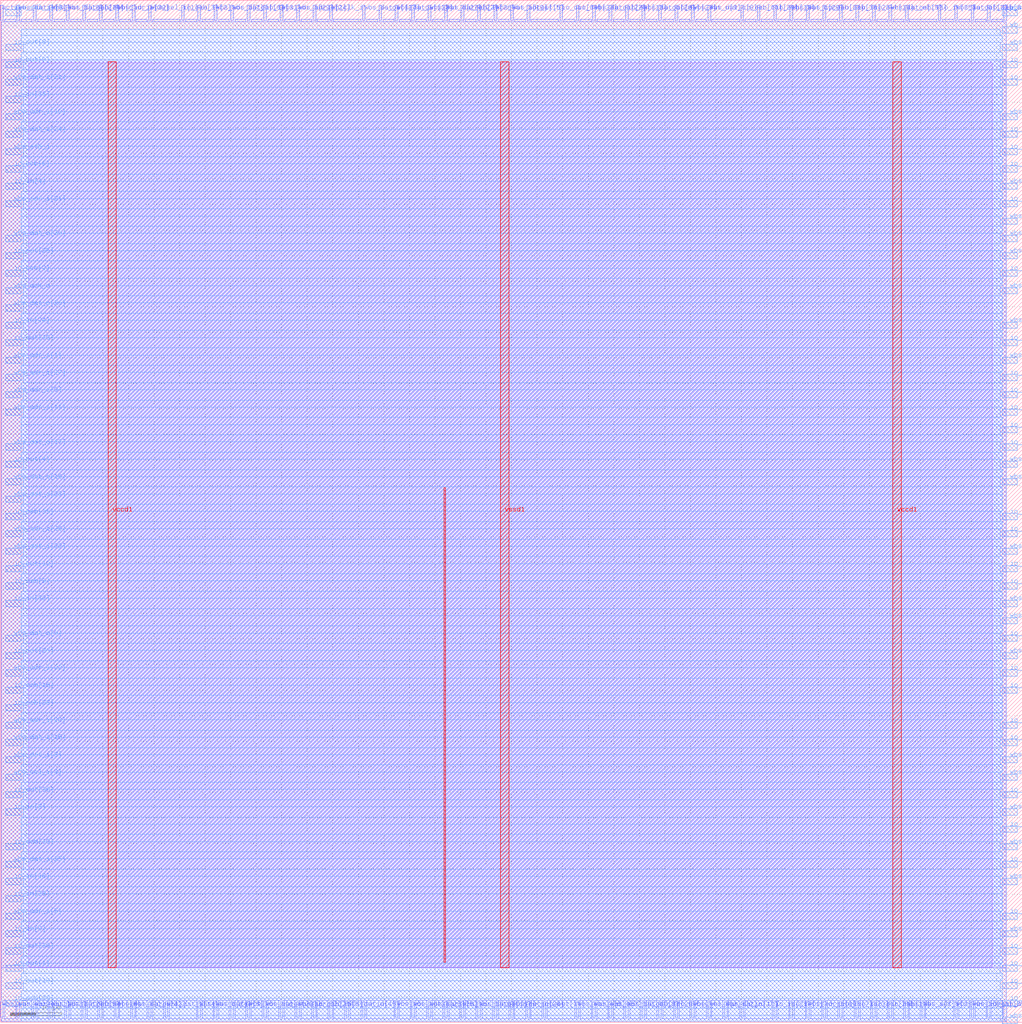
<source format=lef>
VERSION 5.7 ;
  NOWIREEXTENSIONATPIN ON ;
  DIVIDERCHAR "/" ;
  BUSBITCHARS "[]" ;
MACRO wrapped_solo_squash
  CLASS BLOCK ;
  FOREIGN wrapped_solo_squash ;
  ORIGIN 0.000 0.000 ;
  SIZE 200.000 BY 200.000 ;
  PIN active
    DIRECTION INPUT ;
    USE SIGNAL ;
    PORT
      LAYER met2 ;
        RECT -0.050 196.000 0.510 199.000 ;
    END
  END active
  PIN io_in[0]
    DIRECTION INPUT ;
    USE SIGNAL ;
    PORT
      LAYER met3 ;
        RECT 196.000 57.540 199.000 58.740 ;
    END
  END io_in[0]
  PIN io_in[10]
    DIRECTION INPUT ;
    USE SIGNAL ;
    PORT
      LAYER met2 ;
        RECT 144.850 1.000 145.410 4.000 ;
    END
  END io_in[10]
  PIN io_in[11]
    DIRECTION INPUT ;
    USE SIGNAL ;
    PORT
      LAYER met2 ;
        RECT 154.510 1.000 155.070 4.000 ;
    END
  END io_in[11]
  PIN io_in[12]
    DIRECTION INPUT ;
    USE SIGNAL ;
    PORT
      LAYER met2 ;
        RECT 45.030 1.000 45.590 4.000 ;
    END
  END io_in[12]
  PIN io_in[13]
    DIRECTION INPUT ;
    USE SIGNAL ;
    PORT
      LAYER met3 ;
        RECT 196.000 30.340 199.000 31.540 ;
    END
  END io_in[13]
  PIN io_in[14]
    DIRECTION INPUT ;
    USE SIGNAL ;
    PORT
      LAYER met3 ;
        RECT 196.000 20.140 199.000 21.340 ;
    END
  END io_in[14]
  PIN io_in[15]
    DIRECTION INPUT ;
    USE SIGNAL ;
    PORT
      LAYER met2 ;
        RECT 70.790 1.000 71.350 4.000 ;
    END
  END io_in[15]
  PIN io_in[16]
    DIRECTION INPUT ;
    USE SIGNAL ;
    PORT
      LAYER met3 ;
        RECT 1.000 26.940 4.000 28.140 ;
    END
  END io_in[16]
  PIN io_in[17]
    DIRECTION INPUT ;
    USE SIGNAL ;
    PORT
      LAYER met3 ;
        RECT 196.000 98.340 199.000 99.540 ;
    END
  END io_in[17]
  PIN io_in[18]
    DIRECTION INPUT ;
    USE SIGNAL ;
    PORT
      LAYER met3 ;
        RECT 196.000 74.540 199.000 75.740 ;
    END
  END io_in[18]
  PIN io_in[19]
    DIRECTION INPUT ;
    USE SIGNAL ;
    PORT
      LAYER met2 ;
        RECT 160.950 1.000 161.510 4.000 ;
    END
  END io_in[19]
  PIN io_in[1]
    DIRECTION INPUT ;
    USE SIGNAL ;
    PORT
      LAYER met2 ;
        RECT 61.130 196.000 61.690 199.000 ;
    END
  END io_in[1]
  PIN io_in[20]
    DIRECTION INPUT ;
    USE SIGNAL ;
    PORT
      LAYER met3 ;
        RECT 196.000 3.140 199.000 4.340 ;
    END
  END io_in[20]
  PIN io_in[21]
    DIRECTION INPUT ;
    USE SIGNAL ;
    PORT
      LAYER met3 ;
        RECT 196.000 145.940 199.000 147.140 ;
    END
  END io_in[21]
  PIN io_in[22]
    DIRECTION INPUT ;
    USE SIGNAL ;
    PORT
      LAYER met2 ;
        RECT 25.710 196.000 26.270 199.000 ;
    END
  END io_in[22]
  PIN io_in[23]
    DIRECTION INPUT ;
    USE SIGNAL ;
    PORT
      LAYER met2 ;
        RECT 167.390 196.000 167.950 199.000 ;
    END
  END io_in[23]
  PIN io_in[24]
    DIRECTION INPUT ;
    USE SIGNAL ;
    PORT
      LAYER met3 ;
        RECT 1.000 135.740 4.000 136.940 ;
    END
  END io_in[24]
  PIN io_in[25]
    DIRECTION INPUT ;
    USE SIGNAL ;
    PORT
      LAYER met2 ;
        RECT 183.490 196.000 184.050 199.000 ;
    END
  END io_in[25]
  PIN io_in[26]
    DIRECTION INPUT ;
    USE SIGNAL ;
    PORT
      LAYER met2 ;
        RECT 93.330 196.000 93.890 199.000 ;
    END
  END io_in[26]
  PIN io_in[27]
    DIRECTION INPUT ;
    USE SIGNAL ;
    PORT
      LAYER met2 ;
        RECT 151.290 1.000 151.850 4.000 ;
    END
  END io_in[27]
  PIN io_in[28]
    DIRECTION INPUT ;
    USE SIGNAL ;
    PORT
      LAYER met3 ;
        RECT 1.000 23.540 4.000 24.740 ;
    END
  END io_in[28]
  PIN io_in[29]
    DIRECTION INPUT ;
    USE SIGNAL ;
    PORT
      LAYER met2 ;
        RECT 128.750 1.000 129.310 4.000 ;
    END
  END io_in[29]
  PIN io_in[2]
    DIRECTION INPUT ;
    USE SIGNAL ;
    PORT
      LAYER met2 ;
        RECT 38.590 196.000 39.150 199.000 ;
    END
  END io_in[2]
  PIN io_in[30]
    DIRECTION INPUT ;
    USE SIGNAL ;
    PORT
      LAYER met2 ;
        RECT 6.390 196.000 6.950 199.000 ;
    END
  END io_in[30]
  PIN io_in[31]
    DIRECTION INPUT ;
    USE SIGNAL ;
    PORT
      LAYER met2 ;
        RECT 51.470 196.000 52.030 199.000 ;
    END
  END io_in[31]
  PIN io_in[32]
    DIRECTION INPUT ;
    USE SIGNAL ;
    PORT
      LAYER met3 ;
        RECT 1.000 81.340 4.000 82.540 ;
    END
  END io_in[32]
  PIN io_in[33]
    DIRECTION INPUT ;
    USE SIGNAL ;
    PORT
      LAYER met3 ;
        RECT 196.000 6.540 199.000 7.740 ;
    END
  END io_in[33]
  PIN io_in[34]
    DIRECTION INPUT ;
    USE SIGNAL ;
    PORT
      LAYER met2 ;
        RECT 102.990 1.000 103.550 4.000 ;
    END
  END io_in[34]
  PIN io_in[35]
    DIRECTION INPUT ;
    USE SIGNAL ;
    PORT
      LAYER met3 ;
        RECT 196.000 67.740 199.000 68.940 ;
    END
  END io_in[35]
  PIN io_in[36]
    DIRECTION INPUT ;
    USE SIGNAL ;
    PORT
      LAYER met3 ;
        RECT 1.000 179.940 4.000 181.140 ;
    END
  END io_in[36]
  PIN io_in[37]
    DIRECTION INPUT ;
    USE SIGNAL ;
    PORT
      LAYER met3 ;
        RECT 196.000 132.340 199.000 133.540 ;
    END
  END io_in[37]
  PIN io_in[3]
    DIRECTION INPUT ;
    USE SIGNAL ;
    PORT
      LAYER met2 ;
        RECT 167.390 1.000 167.950 4.000 ;
    END
  END io_in[3]
  PIN io_in[4]
    DIRECTION INPUT ;
    USE SIGNAL ;
    PORT
      LAYER met3 ;
        RECT 1.000 162.940 4.000 164.140 ;
    END
  END io_in[4]
  PIN io_in[5]
    DIRECTION INPUT ;
    USE SIGNAL ;
    PORT
      LAYER met2 ;
        RECT 64.350 1.000 64.910 4.000 ;
    END
  END io_in[5]
  PIN io_in[6]
    DIRECTION INPUT ;
    USE SIGNAL ;
    PORT
      LAYER met2 ;
        RECT 86.890 1.000 87.450 4.000 ;
    END
  END io_in[6]
  PIN io_in[7]
    DIRECTION INPUT ;
    USE SIGNAL ;
    PORT
      LAYER met2 ;
        RECT 164.170 1.000 164.730 4.000 ;
    END
  END io_in[7]
  PIN io_in[8]
    DIRECTION INPUT ;
    USE SIGNAL ;
    PORT
      LAYER met3 ;
        RECT 1.000 40.540 4.000 41.740 ;
    END
  END io_in[8]
  PIN io_in[9]
    DIRECTION INPUT ;
    USE SIGNAL ;
    PORT
      LAYER met3 ;
        RECT 1.000 16.740 4.000 17.940 ;
    END
  END io_in[9]
  PIN io_oeb[0]
    DIRECTION INOUT ;
    USE SIGNAL ;
    PORT
      LAYER met2 ;
        RECT 131.970 1.000 132.530 4.000 ;
    END
  END io_oeb[0]
  PIN io_oeb[10]
    DIRECTION INOUT ;
    USE SIGNAL ;
    PORT
      LAYER met2 ;
        RECT 144.850 196.000 145.410 199.000 ;
    END
  END io_oeb[10]
  PIN io_oeb[11]
    DIRECTION INOUT ;
    USE SIGNAL ;
    PORT
      LAYER met2 ;
        RECT 173.830 1.000 174.390 4.000 ;
    END
  END io_oeb[11]
  PIN io_oeb[12]
    DIRECTION INOUT ;
    USE SIGNAL ;
    PORT
      LAYER met2 ;
        RECT 151.290 196.000 151.850 199.000 ;
    END
  END io_oeb[12]
  PIN io_oeb[13]
    DIRECTION INOUT ;
    USE SIGNAL ;
    PORT
      LAYER met3 ;
        RECT 196.000 118.740 199.000 119.940 ;
    END
  END io_oeb[13]
  PIN io_oeb[14]
    DIRECTION INOUT ;
    USE SIGNAL ;
    PORT
      LAYER met3 ;
        RECT 196.000 159.540 199.000 160.740 ;
    END
  END io_oeb[14]
  PIN io_oeb[15]
    DIRECTION INOUT ;
    USE SIGNAL ;
    PORT
      LAYER met3 ;
        RECT 196.000 115.340 199.000 116.540 ;
    END
  END io_oeb[15]
  PIN io_oeb[16]
    DIRECTION INOUT ;
    USE SIGNAL ;
    PORT
      LAYER met3 ;
        RECT 1.000 64.340 4.000 65.540 ;
    END
  END io_oeb[16]
  PIN io_oeb[17]
    DIRECTION INOUT ;
    USE SIGNAL ;
    PORT
      LAYER met2 ;
        RECT 96.550 1.000 97.110 4.000 ;
    END
  END io_oeb[17]
  PIN io_oeb[18]
    DIRECTION INOUT ;
    USE SIGNAL ;
    PORT
      LAYER met2 ;
        RECT 177.050 196.000 177.610 199.000 ;
    END
  END io_oeb[18]
  PIN io_oeb[19]
    DIRECTION INOUT ;
    USE SIGNAL ;
    PORT
      LAYER met3 ;
        RECT 1.000 33.740 4.000 34.940 ;
    END
  END io_oeb[19]
  PIN io_oeb[1]
    DIRECTION INOUT ;
    USE SIGNAL ;
    PORT
      LAYER met3 ;
        RECT 196.000 9.940 199.000 11.140 ;
    END
  END io_oeb[1]
  PIN io_oeb[20]
    DIRECTION INOUT ;
    USE SIGNAL ;
    PORT
      LAYER met3 ;
        RECT 1.000 3.140 4.000 4.340 ;
    END
  END io_oeb[20]
  PIN io_oeb[21]
    DIRECTION INOUT ;
    USE SIGNAL ;
    PORT
      LAYER met2 ;
        RECT 54.690 1.000 55.250 4.000 ;
    END
  END io_oeb[21]
  PIN io_oeb[22]
    DIRECTION INOUT ;
    USE SIGNAL ;
    PORT
      LAYER met3 ;
        RECT 196.000 183.340 199.000 184.540 ;
    END
  END io_oeb[22]
  PIN io_oeb[23]
    DIRECTION INOUT ;
    USE SIGNAL ;
    PORT
      LAYER met2 ;
        RECT 160.950 196.000 161.510 199.000 ;
    END
  END io_oeb[23]
  PIN io_oeb[24]
    DIRECTION INOUT ;
    USE SIGNAL ;
    PORT
      LAYER met2 ;
        RECT 16.050 1.000 16.610 4.000 ;
    END
  END io_oeb[24]
  PIN io_oeb[25]
    DIRECTION INOUT ;
    USE SIGNAL ;
    PORT
      LAYER met2 ;
        RECT 61.130 1.000 61.690 4.000 ;
    END
  END io_oeb[25]
  PIN io_oeb[26]
    DIRECTION INOUT ;
    USE SIGNAL ;
    PORT
      LAYER met3 ;
        RECT 196.000 111.940 199.000 113.140 ;
    END
  END io_oeb[26]
  PIN io_oeb[27]
    DIRECTION INOUT ;
    USE SIGNAL ;
    PORT
      LAYER met2 ;
        RECT 125.530 1.000 126.090 4.000 ;
    END
  END io_oeb[27]
  PIN io_oeb[28]
    DIRECTION INOUT ;
    USE SIGNAL ;
    PORT
      LAYER met3 ;
        RECT 1.000 60.940 4.000 62.140 ;
    END
  END io_oeb[28]
  PIN io_oeb[29]
    DIRECTION INOUT ;
    USE SIGNAL ;
    PORT
      LAYER met2 ;
        RECT 90.110 196.000 90.670 199.000 ;
    END
  END io_oeb[29]
  PIN io_oeb[2]
    DIRECTION INOUT ;
    USE SIGNAL ;
    PORT
      LAYER met3 ;
        RECT 1.000 145.940 4.000 147.140 ;
    END
  END io_oeb[2]
  PIN io_oeb[30]
    DIRECTION INOUT ;
    USE SIGNAL ;
    PORT
      LAYER met2 ;
        RECT 16.050 196.000 16.610 199.000 ;
    END
  END io_oeb[30]
  PIN io_oeb[31]
    DIRECTION INOUT ;
    USE SIGNAL ;
    PORT
      LAYER met2 ;
        RECT 193.150 196.000 193.710 199.000 ;
    END
  END io_oeb[31]
  PIN io_oeb[32]
    DIRECTION INOUT ;
    USE SIGNAL ;
    PORT
      LAYER met2 ;
        RECT 112.650 196.000 113.210 199.000 ;
    END
  END io_oeb[32]
  PIN io_oeb[33]
    DIRECTION INOUT ;
    USE SIGNAL ;
    PORT
      LAYER met3 ;
        RECT 196.000 169.740 199.000 170.940 ;
    END
  END io_oeb[33]
  PIN io_oeb[34]
    DIRECTION INOUT ;
    USE SIGNAL ;
    PORT
      LAYER met3 ;
        RECT 196.000 173.140 199.000 174.340 ;
    END
  END io_oeb[34]
  PIN io_oeb[35]
    DIRECTION INOUT ;
    USE SIGNAL ;
    PORT
      LAYER met3 ;
        RECT 1.000 98.340 4.000 99.540 ;
    END
  END io_oeb[35]
  PIN io_oeb[36]
    DIRECTION INOUT ;
    USE SIGNAL ;
    PORT
      LAYER met2 ;
        RECT 164.170 196.000 164.730 199.000 ;
    END
  END io_oeb[36]
  PIN io_oeb[37]
    DIRECTION INOUT ;
    USE SIGNAL ;
    PORT
      LAYER met3 ;
        RECT 196.000 125.540 199.000 126.740 ;
    END
  END io_oeb[37]
  PIN io_oeb[3]
    DIRECTION INOUT ;
    USE SIGNAL ;
    PORT
      LAYER met2 ;
        RECT 35.370 196.000 35.930 199.000 ;
    END
  END io_oeb[3]
  PIN io_oeb[4]
    DIRECTION INOUT ;
    USE SIGNAL ;
    PORT
      LAYER met3 ;
        RECT 196.000 54.140 199.000 55.340 ;
    END
  END io_oeb[4]
  PIN io_oeb[5]
    DIRECTION INOUT ;
    USE SIGNAL ;
    PORT
      LAYER met3 ;
        RECT 1.000 166.340 4.000 167.540 ;
    END
  END io_oeb[5]
  PIN io_oeb[6]
    DIRECTION INOUT ;
    USE SIGNAL ;
    PORT
      LAYER met2 ;
        RECT 19.270 196.000 19.830 199.000 ;
    END
  END io_oeb[6]
  PIN io_oeb[7]
    DIRECTION INOUT ;
    USE SIGNAL ;
    PORT
      LAYER met3 ;
        RECT 196.000 186.740 199.000 187.940 ;
    END
  END io_oeb[7]
  PIN io_oeb[8]
    DIRECTION INOUT ;
    USE SIGNAL ;
    PORT
      LAYER met3 ;
        RECT 196.000 94.940 199.000 96.140 ;
    END
  END io_oeb[8]
  PIN io_oeb[9]
    DIRECTION INOUT ;
    USE SIGNAL ;
    PORT
      LAYER met3 ;
        RECT 1.000 84.740 4.000 85.940 ;
    END
  END io_oeb[9]
  PIN io_out[0]
    DIRECTION INOUT ;
    USE SIGNAL ;
    PORT
      LAYER met3 ;
        RECT 1.000 186.740 4.000 187.940 ;
    END
  END io_out[0]
  PIN io_out[10]
    DIRECTION INOUT ;
    USE SIGNAL ;
    PORT
      LAYER met3 ;
        RECT 1.000 6.540 4.000 7.740 ;
    END
  END io_out[10]
  PIN io_out[11]
    DIRECTION INOUT ;
    USE SIGNAL ;
    PORT
      LAYER met2 ;
        RECT 106.210 1.000 106.770 4.000 ;
    END
  END io_out[11]
  PIN io_out[12]
    DIRECTION INOUT ;
    USE SIGNAL ;
    PORT
      LAYER met3 ;
        RECT 1.000 88.140 4.000 89.340 ;
    END
  END io_out[12]
  PIN io_out[13]
    DIRECTION INOUT ;
    USE SIGNAL ;
    PORT
      LAYER met2 ;
        RECT 122.310 196.000 122.870 199.000 ;
    END
  END io_out[13]
  PIN io_out[14]
    DIRECTION INOUT ;
    USE SIGNAL ;
    PORT
      LAYER met2 ;
        RECT 196.370 196.000 196.930 199.000 ;
    END
  END io_out[14]
  PIN io_out[15]
    DIRECTION INOUT ;
    USE SIGNAL ;
    PORT
      LAYER met3 ;
        RECT 1.000 132.340 4.000 133.540 ;
    END
  END io_out[15]
  PIN io_out[16]
    DIRECTION INOUT ;
    USE SIGNAL ;
    PORT
      LAYER met2 ;
        RECT 19.270 1.000 19.830 4.000 ;
    END
  END io_out[16]
  PIN io_out[17]
    DIRECTION INOUT ;
    USE SIGNAL ;
    PORT
      LAYER met2 ;
        RECT 74.010 196.000 74.570 199.000 ;
    END
  END io_out[17]
  PIN io_out[18]
    DIRECTION INOUT ;
    USE SIGNAL ;
    PORT
      LAYER met3 ;
        RECT 196.000 43.940 199.000 45.140 ;
    END
  END io_out[18]
  PIN io_out[19]
    DIRECTION INOUT ;
    USE SIGNAL ;
    PORT
      LAYER met2 ;
        RECT 170.610 196.000 171.170 199.000 ;
    END
  END io_out[19]
  PIN io_out[1]
    DIRECTION INOUT ;
    USE SIGNAL ;
    PORT
      LAYER met3 ;
        RECT 1.000 9.940 4.000 11.140 ;
    END
  END io_out[1]
  PIN io_out[20]
    DIRECTION INOUT ;
    USE SIGNAL ;
    PORT
      LAYER met3 ;
        RECT 1.000 71.140 4.000 72.340 ;
    END
  END io_out[20]
  PIN io_out[21]
    DIRECTION INOUT ;
    USE SIGNAL ;
    PORT
      LAYER met2 ;
        RECT 170.610 1.000 171.170 4.000 ;
    END
  END io_out[21]
  PIN io_out[22]
    DIRECTION INOUT ;
    USE SIGNAL ;
    PORT
      LAYER met2 ;
        RECT 189.930 196.000 190.490 199.000 ;
    END
  END io_out[22]
  PIN io_out[23]
    DIRECTION INOUT ;
    USE SIGNAL ;
    PORT
      LAYER met2 ;
        RECT 131.970 196.000 132.530 199.000 ;
    END
  END io_out[23]
  PIN io_out[24]
    DIRECTION INOUT ;
    USE SIGNAL ;
    PORT
      LAYER met3 ;
        RECT 196.000 122.140 199.000 123.340 ;
    END
  END io_out[24]
  PIN io_out[25]
    DIRECTION INOUT ;
    USE SIGNAL ;
    PORT
      LAYER met3 ;
        RECT 1.000 149.340 4.000 150.540 ;
    END
  END io_out[25]
  PIN io_out[26]
    DIRECTION INOUT ;
    USE SIGNAL ;
    PORT
      LAYER met2 ;
        RECT 196.370 1.000 196.930 4.000 ;
    END
  END io_out[26]
  PIN io_out[27]
    DIRECTION INOUT ;
    USE SIGNAL ;
    PORT
      LAYER met3 ;
        RECT 196.000 84.740 199.000 85.940 ;
    END
  END io_out[27]
  PIN io_out[28]
    DIRECTION INOUT ;
    USE SIGNAL ;
    PORT
      LAYER met2 ;
        RECT 119.090 196.000 119.650 199.000 ;
    END
  END io_out[28]
  PIN io_out[29]
    DIRECTION INOUT ;
    USE SIGNAL ;
    PORT
      LAYER met2 ;
        RECT 148.070 196.000 148.630 199.000 ;
    END
  END io_out[29]
  PIN io_out[2]
    DIRECTION INOUT ;
    USE SIGNAL ;
    PORT
      LAYER met3 ;
        RECT 196.000 64.340 199.000 65.540 ;
    END
  END io_out[2]
  PIN io_out[30]
    DIRECTION INOUT ;
    USE SIGNAL ;
    PORT
      LAYER met3 ;
        RECT 1.000 13.340 4.000 14.540 ;
    END
  END io_out[30]
  PIN io_out[31]
    DIRECTION INOUT ;
    USE SIGNAL ;
    PORT
      LAYER met2 ;
        RECT 128.750 196.000 129.310 199.000 ;
    END
  END io_out[31]
  PIN io_out[32]
    DIRECTION INOUT ;
    USE SIGNAL ;
    PORT
      LAYER met2 ;
        RECT 48.250 196.000 48.810 199.000 ;
    END
  END io_out[32]
  PIN io_out[33]
    DIRECTION INOUT ;
    USE SIGNAL ;
    PORT
      LAYER met2 ;
        RECT 80.450 196.000 81.010 199.000 ;
    END
  END io_out[33]
  PIN io_out[34]
    DIRECTION INOUT ;
    USE SIGNAL ;
    PORT
      LAYER met2 ;
        RECT 109.430 196.000 109.990 199.000 ;
    END
  END io_out[34]
  PIN io_out[35]
    DIRECTION INOUT ;
    USE SIGNAL ;
    PORT
      LAYER met2 ;
        RECT 193.150 1.000 193.710 4.000 ;
    END
  END io_out[35]
  PIN io_out[36]
    DIRECTION INOUT ;
    USE SIGNAL ;
    PORT
      LAYER met3 ;
        RECT 1.000 43.940 4.000 45.140 ;
    END
  END io_out[36]
  PIN io_out[37]
    DIRECTION INOUT ;
    USE SIGNAL ;
    PORT
      LAYER met3 ;
        RECT 196.000 13.340 199.000 14.540 ;
    END
  END io_out[37]
  PIN io_out[3]
    DIRECTION INOUT ;
    USE SIGNAL ;
    PORT
      LAYER met2 ;
        RECT 28.930 1.000 29.490 4.000 ;
    END
  END io_out[3]
  PIN io_out[4]
    DIRECTION INOUT ;
    USE SIGNAL ;
    PORT
      LAYER met3 ;
        RECT 1.000 108.540 4.000 109.740 ;
    END
  END io_out[4]
  PIN io_out[5]
    DIRECTION INOUT ;
    USE SIGNAL ;
    PORT
      LAYER met2 ;
        RECT 102.990 196.000 103.550 199.000 ;
    END
  END io_out[5]
  PIN io_out[6]
    DIRECTION INOUT ;
    USE SIGNAL ;
    PORT
      LAYER met3 ;
        RECT 196.000 88.140 199.000 89.340 ;
    END
  END io_out[6]
  PIN io_out[7]
    DIRECTION INOUT ;
    USE SIGNAL ;
    PORT
      LAYER met3 ;
        RECT 196.000 37.140 199.000 38.340 ;
    END
  END io_out[7]
  PIN io_out[8]
    DIRECTION INOUT ;
    USE SIGNAL ;
    PORT
      LAYER met3 ;
        RECT 1.000 190.140 4.000 191.340 ;
    END
  END io_out[8]
  PIN io_out[9]
    DIRECTION INOUT ;
    USE SIGNAL ;
    PORT
      LAYER met3 ;
        RECT 196.000 166.340 199.000 167.540 ;
    END
  END io_out[9]
  PIN vccd1
    DIRECTION INOUT ;
    USE POWER ;
    PORT
      LAYER met4 ;
        RECT 21.040 10.640 22.640 187.920 ;
    END
    PORT
      LAYER met4 ;
        RECT 174.640 10.640 176.240 187.920 ;
    END
  END vccd1
  PIN vssd1
    DIRECTION INOUT ;
    USE GROUND ;
    PORT
      LAYER met4 ;
        RECT 97.840 10.640 99.440 187.920 ;
    END
  END vssd1
  PIN wb_clk_i
    DIRECTION INPUT ;
    USE SIGNAL ;
    PORT
      LAYER met2 ;
        RECT 64.350 196.000 64.910 199.000 ;
    END
  END wb_clk_i
  PIN wb_rst_i
    DIRECTION INPUT ;
    USE SIGNAL ;
    PORT
      LAYER met3 ;
        RECT 196.000 193.540 199.000 194.740 ;
    END
  END wb_rst_i
  PIN wbs_ack_o
    DIRECTION INOUT ;
    USE SIGNAL ;
    PORT
      LAYER met3 ;
        RECT 1.000 142.540 4.000 143.740 ;
    END
  END wbs_ack_o
  PIN wbs_adr_i[0]
    DIRECTION INPUT ;
    USE SIGNAL ;
    PORT
      LAYER met3 ;
        RECT 196.000 128.940 199.000 130.140 ;
    END
  END wbs_adr_i[0]
  PIN wbs_adr_i[10]
    DIRECTION INPUT ;
    USE SIGNAL ;
    PORT
      LAYER met3 ;
        RECT 196.000 162.940 199.000 164.140 ;
    END
  END wbs_adr_i[10]
  PIN wbs_adr_i[11]
    DIRECTION INPUT ;
    USE SIGNAL ;
    PORT
      LAYER met3 ;
        RECT 1.000 118.740 4.000 119.940 ;
    END
  END wbs_adr_i[11]
  PIN wbs_adr_i[12]
    DIRECTION INPUT ;
    USE SIGNAL ;
    PORT
      LAYER met2 ;
        RECT 9.610 1.000 10.170 4.000 ;
    END
  END wbs_adr_i[12]
  PIN wbs_adr_i[13]
    DIRECTION INPUT ;
    USE SIGNAL ;
    PORT
      LAYER met2 ;
        RECT 77.230 1.000 77.790 4.000 ;
    END
  END wbs_adr_i[13]
  PIN wbs_adr_i[14]
    DIRECTION INPUT ;
    USE SIGNAL ;
    PORT
      LAYER met3 ;
        RECT 196.000 47.340 199.000 48.540 ;
    END
  END wbs_adr_i[14]
  PIN wbs_adr_i[15]
    DIRECTION INPUT ;
    USE SIGNAL ;
    PORT
      LAYER met2 ;
        RECT 99.770 196.000 100.330 199.000 ;
    END
  END wbs_adr_i[15]
  PIN wbs_adr_i[16]
    DIRECTION INPUT ;
    USE SIGNAL ;
    PORT
      LAYER met2 ;
        RECT 90.110 1.000 90.670 4.000 ;
    END
  END wbs_adr_i[16]
  PIN wbs_adr_i[17]
    DIRECTION INPUT ;
    USE SIGNAL ;
    PORT
      LAYER met3 ;
        RECT 196.000 33.740 199.000 34.940 ;
    END
  END wbs_adr_i[17]
  PIN wbs_adr_i[18]
    DIRECTION INPUT ;
    USE SIGNAL ;
    PORT
      LAYER met2 ;
        RECT 189.930 1.000 190.490 4.000 ;
    END
  END wbs_adr_i[18]
  PIN wbs_adr_i[19]
    DIRECTION INPUT ;
    USE SIGNAL ;
    PORT
      LAYER met3 ;
        RECT 1.000 176.540 4.000 177.740 ;
    END
  END wbs_adr_i[19]
  PIN wbs_adr_i[1]
    DIRECTION INPUT ;
    USE SIGNAL ;
    PORT
      LAYER met3 ;
        RECT 1.000 128.940 4.000 130.140 ;
    END
  END wbs_adr_i[1]
  PIN wbs_adr_i[20]
    DIRECTION INPUT ;
    USE SIGNAL ;
    PORT
      LAYER met3 ;
        RECT 196.000 108.540 199.000 109.740 ;
    END
  END wbs_adr_i[20]
  PIN wbs_adr_i[21]
    DIRECTION INPUT ;
    USE SIGNAL ;
    PORT
      LAYER met3 ;
        RECT 1.000 159.540 4.000 160.740 ;
    END
  END wbs_adr_i[21]
  PIN wbs_adr_i[22]
    DIRECTION INPUT ;
    USE SIGNAL ;
    PORT
      LAYER met3 ;
        RECT 1.000 67.740 4.000 68.940 ;
    END
  END wbs_adr_i[22]
  PIN wbs_adr_i[23]
    DIRECTION INPUT ;
    USE SIGNAL ;
    PORT
      LAYER met2 ;
        RECT 180.270 1.000 180.830 4.000 ;
    END
  END wbs_adr_i[23]
  PIN wbs_adr_i[24]
    DIRECTION INPUT ;
    USE SIGNAL ;
    PORT
      LAYER met2 ;
        RECT 57.910 196.000 58.470 199.000 ;
    END
  END wbs_adr_i[24]
  PIN wbs_adr_i[25]
    DIRECTION INPUT ;
    USE SIGNAL ;
    PORT
      LAYER met2 ;
        RECT 80.450 1.000 81.010 4.000 ;
    END
  END wbs_adr_i[25]
  PIN wbs_adr_i[26]
    DIRECTION INPUT ;
    USE SIGNAL ;
    PORT
      LAYER met3 ;
        RECT 1.000 94.940 4.000 96.140 ;
    END
  END wbs_adr_i[26]
  PIN wbs_adr_i[27]
    DIRECTION INPUT ;
    USE SIGNAL ;
    PORT
      LAYER met3 ;
        RECT 1.000 125.540 4.000 126.740 ;
    END
  END wbs_adr_i[27]
  PIN wbs_adr_i[28]
    DIRECTION INPUT ;
    USE SIGNAL ;
    PORT
      LAYER met3 ;
        RECT 1.000 57.540 4.000 58.740 ;
    END
  END wbs_adr_i[28]
  PIN wbs_adr_i[29]
    DIRECTION INPUT ;
    USE SIGNAL ;
    PORT
      LAYER met2 ;
        RECT 54.690 196.000 55.250 199.000 ;
    END
  END wbs_adr_i[29]
  PIN wbs_adr_i[2]
    DIRECTION INPUT ;
    USE SIGNAL ;
    PORT
      LAYER met2 ;
        RECT 57.910 1.000 58.470 4.000 ;
    END
  END wbs_adr_i[2]
  PIN wbs_adr_i[30]
    DIRECTION INPUT ;
    USE SIGNAL ;
    PORT
      LAYER met2 ;
        RECT 22.490 196.000 23.050 199.000 ;
    END
  END wbs_adr_i[30]
  PIN wbs_adr_i[31]
    DIRECTION INPUT ;
    USE SIGNAL ;
    PORT
      LAYER met3 ;
        RECT 196.000 16.740 199.000 17.940 ;
    END
  END wbs_adr_i[31]
  PIN wbs_adr_i[3]
    DIRECTION INPUT ;
    USE SIGNAL ;
    PORT
      LAYER met2 ;
        RECT 119.090 1.000 119.650 4.000 ;
    END
  END wbs_adr_i[3]
  PIN wbs_adr_i[4]
    DIRECTION INPUT ;
    USE SIGNAL ;
    PORT
      LAYER met3 ;
        RECT 196.000 156.140 199.000 157.340 ;
    END
  END wbs_adr_i[4]
  PIN wbs_adr_i[5]
    DIRECTION INPUT ;
    USE SIGNAL ;
    PORT
      LAYER met3 ;
        RECT 1.000 20.140 4.000 21.340 ;
    END
  END wbs_adr_i[5]
  PIN wbs_adr_i[6]
    DIRECTION INPUT ;
    USE SIGNAL ;
    PORT
      LAYER met2 ;
        RECT 48.250 1.000 48.810 4.000 ;
    END
  END wbs_adr_i[6]
  PIN wbs_adr_i[7]
    DIRECTION INPUT ;
    USE SIGNAL ;
    PORT
      LAYER met2 ;
        RECT 41.810 196.000 42.370 199.000 ;
    END
  END wbs_adr_i[7]
  PIN wbs_adr_i[8]
    DIRECTION INPUT ;
    USE SIGNAL ;
    PORT
      LAYER met2 ;
        RECT 157.730 1.000 158.290 4.000 ;
    END
  END wbs_adr_i[8]
  PIN wbs_adr_i[9]
    DIRECTION INPUT ;
    USE SIGNAL ;
    PORT
      LAYER met3 ;
        RECT 1.000 122.140 4.000 123.340 ;
    END
  END wbs_adr_i[9]
  PIN wbs_cyc_i
    DIRECTION INPUT ;
    USE SIGNAL ;
    PORT
      LAYER met2 ;
        RECT 157.730 196.000 158.290 199.000 ;
    END
  END wbs_cyc_i
  PIN wbs_dat_i[0]
    DIRECTION INPUT ;
    USE SIGNAL ;
    PORT
      LAYER met2 ;
        RECT 3.170 196.000 3.730 199.000 ;
    END
  END wbs_dat_i[0]
  PIN wbs_dat_i[10]
    DIRECTION INPUT ;
    USE SIGNAL ;
    PORT
      LAYER met2 ;
        RECT 45.030 196.000 45.590 199.000 ;
    END
  END wbs_dat_i[10]
  PIN wbs_dat_i[11]
    DIRECTION INPUT ;
    USE SIGNAL ;
    PORT
      LAYER met2 ;
        RECT 77.230 196.000 77.790 199.000 ;
    END
  END wbs_dat_i[11]
  PIN wbs_dat_i[12]
    DIRECTION INPUT ;
    USE SIGNAL ;
    PORT
      LAYER met2 ;
        RECT 70.790 196.000 71.350 199.000 ;
    END
  END wbs_dat_i[12]
  PIN wbs_dat_i[13]
    DIRECTION INPUT ;
    USE SIGNAL ;
    PORT
      LAYER met2 ;
        RECT 6.390 1.000 6.950 4.000 ;
    END
  END wbs_dat_i[13]
  PIN wbs_dat_i[14]
    DIRECTION INPUT ;
    USE SIGNAL ;
    PORT
      LAYER met2 ;
        RECT 32.150 1.000 32.710 4.000 ;
    END
  END wbs_dat_i[14]
  PIN wbs_dat_i[15]
    DIRECTION INPUT ;
    USE SIGNAL ;
    PORT
      LAYER met3 ;
        RECT 1.000 54.140 4.000 55.340 ;
    END
  END wbs_dat_i[15]
  PIN wbs_dat_i[16]
    DIRECTION INPUT ;
    USE SIGNAL ;
    PORT
      LAYER met2 ;
        RECT 93.330 1.000 93.890 4.000 ;
    END
  END wbs_dat_i[16]
  PIN wbs_dat_i[17]
    DIRECTION INPUT ;
    USE SIGNAL ;
    PORT
      LAYER met3 ;
        RECT 196.000 190.140 199.000 191.340 ;
    END
  END wbs_dat_i[17]
  PIN wbs_dat_i[18]
    DIRECTION INPUT ;
    USE SIGNAL ;
    PORT
      LAYER met2 ;
        RECT 9.610 196.000 10.170 199.000 ;
    END
  END wbs_dat_i[18]
  PIN wbs_dat_i[19]
    DIRECTION INPUT ;
    USE SIGNAL ;
    PORT
      LAYER met2 ;
        RECT 96.550 196.000 97.110 199.000 ;
    END
  END wbs_dat_i[19]
  PIN wbs_dat_i[1]
    DIRECTION INPUT ;
    USE SIGNAL ;
    PORT
      LAYER met2 ;
        RECT 22.490 1.000 23.050 4.000 ;
    END
  END wbs_dat_i[1]
  PIN wbs_dat_i[20]
    DIRECTION INPUT ;
    USE SIGNAL ;
    PORT
      LAYER met3 ;
        RECT 196.000 71.140 199.000 72.340 ;
    END
  END wbs_dat_i[20]
  PIN wbs_dat_i[21]
    DIRECTION INPUT ;
    USE SIGNAL ;
    PORT
      LAYER met3 ;
        RECT 196.000 149.340 199.000 150.540 ;
    END
  END wbs_dat_i[21]
  PIN wbs_dat_i[22]
    DIRECTION INPUT ;
    USE SIGNAL ;
    PORT
      LAYER met3 ;
        RECT 1.000 91.540 4.000 92.740 ;
    END
  END wbs_dat_i[22]
  PIN wbs_dat_i[23]
    DIRECTION INPUT ;
    USE SIGNAL ;
    PORT
      LAYER met3 ;
        RECT 196.000 105.140 199.000 106.340 ;
    END
  END wbs_dat_i[23]
  PIN wbs_dat_i[24]
    DIRECTION INPUT ;
    USE SIGNAL ;
    PORT
      LAYER met3 ;
        RECT 1.000 173.140 4.000 174.340 ;
    END
  END wbs_dat_i[24]
  PIN wbs_dat_i[25]
    DIRECTION INPUT ;
    USE SIGNAL ;
    PORT
      LAYER met3 ;
        RECT 1.000 30.340 4.000 31.540 ;
    END
  END wbs_dat_i[25]
  PIN wbs_dat_i[26]
    DIRECTION INPUT ;
    USE SIGNAL ;
    PORT
      LAYER met3 ;
        RECT 196.000 176.540 199.000 177.740 ;
    END
  END wbs_dat_i[26]
  PIN wbs_dat_i[27]
    DIRECTION INPUT ;
    USE SIGNAL ;
    PORT
      LAYER met2 ;
        RECT 115.870 196.000 116.430 199.000 ;
    END
  END wbs_dat_i[27]
  PIN wbs_dat_i[28]
    DIRECTION INPUT ;
    USE SIGNAL ;
    PORT
      LAYER met2 ;
        RECT 51.470 1.000 52.030 4.000 ;
    END
  END wbs_dat_i[28]
  PIN wbs_dat_i[29]
    DIRECTION INPUT ;
    USE SIGNAL ;
    PORT
      LAYER met3 ;
        RECT 196.000 77.940 199.000 79.140 ;
    END
  END wbs_dat_i[29]
  PIN wbs_dat_i[2]
    DIRECTION INPUT ;
    USE SIGNAL ;
    PORT
      LAYER met2 ;
        RECT 138.410 1.000 138.970 4.000 ;
    END
  END wbs_dat_i[2]
  PIN wbs_dat_i[30]
    DIRECTION INPUT ;
    USE SIGNAL ;
    PORT
      LAYER met3 ;
        RECT 196.000 26.940 199.000 28.140 ;
    END
  END wbs_dat_i[30]
  PIN wbs_dat_i[31]
    DIRECTION INPUT ;
    USE SIGNAL ;
    PORT
      LAYER met3 ;
        RECT 1.000 183.340 4.000 184.540 ;
    END
  END wbs_dat_i[31]
  PIN wbs_dat_i[3]
    DIRECTION INPUT ;
    USE SIGNAL ;
    PORT
      LAYER met2 ;
        RECT 177.050 1.000 177.610 4.000 ;
    END
  END wbs_dat_i[3]
  PIN wbs_dat_i[4]
    DIRECTION INPUT ;
    USE SIGNAL ;
    PORT
      LAYER met2 ;
        RECT 25.710 1.000 26.270 4.000 ;
    END
  END wbs_dat_i[4]
  PIN wbs_dat_i[5]
    DIRECTION INPUT ;
    USE SIGNAL ;
    PORT
      LAYER met2 ;
        RECT 83.670 1.000 84.230 4.000 ;
    END
  END wbs_dat_i[5]
  PIN wbs_dat_i[6]
    DIRECTION INPUT ;
    USE SIGNAL ;
    PORT
      LAYER met3 ;
        RECT 196.000 50.740 199.000 51.940 ;
    END
  END wbs_dat_i[6]
  PIN wbs_dat_i[7]
    DIRECTION INPUT ;
    USE SIGNAL ;
    PORT
      LAYER met3 ;
        RECT 196.000 196.940 199.000 198.140 ;
    END
  END wbs_dat_i[7]
  PIN wbs_dat_i[8]
    DIRECTION INPUT ;
    USE SIGNAL ;
    PORT
      LAYER met3 ;
        RECT 1.000 50.740 4.000 51.940 ;
    END
  END wbs_dat_i[8]
  PIN wbs_dat_i[9]
    DIRECTION INPUT ;
    USE SIGNAL ;
    PORT
      LAYER met2 ;
        RECT 186.710 1.000 187.270 4.000 ;
    END
  END wbs_dat_i[9]
  PIN wbs_dat_o[0]
    DIRECTION INOUT ;
    USE SIGNAL ;
    PORT
      LAYER met3 ;
        RECT 1.000 74.540 4.000 75.740 ;
    END
  END wbs_dat_o[0]
  PIN wbs_dat_o[10]
    DIRECTION INOUT ;
    USE SIGNAL ;
    PORT
      LAYER met3 ;
        RECT 196.000 81.340 199.000 82.540 ;
    END
  END wbs_dat_o[10]
  PIN wbs_dat_o[11]
    DIRECTION INOUT ;
    USE SIGNAL ;
    PORT
      LAYER met2 ;
        RECT 3.170 1.000 3.730 4.000 ;
    END
  END wbs_dat_o[11]
  PIN wbs_dat_o[12]
    DIRECTION INOUT ;
    USE SIGNAL ;
    PORT
      LAYER met3 ;
        RECT 196.000 152.740 199.000 153.940 ;
    END
  END wbs_dat_o[12]
  PIN wbs_dat_o[13]
    DIRECTION INOUT ;
    USE SIGNAL ;
    PORT
      LAYER met2 ;
        RECT 186.710 196.000 187.270 199.000 ;
    END
  END wbs_dat_o[13]
  PIN wbs_dat_o[14]
    DIRECTION INOUT ;
    USE SIGNAL ;
    PORT
      LAYER met3 ;
        RECT 196.000 -0.260 199.000 0.940 ;
    END
  END wbs_dat_o[14]
  PIN wbs_dat_o[15]
    DIRECTION INOUT ;
    USE SIGNAL ;
    PORT
      LAYER met2 ;
        RECT 173.830 196.000 174.390 199.000 ;
    END
  END wbs_dat_o[15]
  PIN wbs_dat_o[16]
    DIRECTION INOUT ;
    USE SIGNAL ;
    PORT
      LAYER met3 ;
        RECT 1.000 105.140 4.000 106.340 ;
    END
  END wbs_dat_o[16]
  PIN wbs_dat_o[17]
    DIRECTION INOUT ;
    USE SIGNAL ;
    PORT
      LAYER met3 ;
        RECT 1.000 111.940 4.000 113.140 ;
    END
  END wbs_dat_o[17]
  PIN wbs_dat_o[18]
    DIRECTION INOUT ;
    USE SIGNAL ;
    PORT
      LAYER met2 ;
        RECT 122.310 1.000 122.870 4.000 ;
    END
  END wbs_dat_o[18]
  PIN wbs_dat_o[19]
    DIRECTION INOUT ;
    USE SIGNAL ;
    PORT
      LAYER met2 ;
        RECT -0.050 1.000 0.510 4.000 ;
    END
  END wbs_dat_o[19]
  PIN wbs_dat_o[1]
    DIRECTION INOUT ;
    USE SIGNAL ;
    PORT
      LAYER met2 ;
        RECT 141.630 1.000 142.190 4.000 ;
    END
  END wbs_dat_o[1]
  PIN wbs_dat_o[20]
    DIRECTION INOUT ;
    USE SIGNAL ;
    PORT
      LAYER met3 ;
        RECT 1.000 139.140 4.000 140.340 ;
    END
  END wbs_dat_o[20]
  PIN wbs_dat_o[21]
    DIRECTION INOUT ;
    USE SIGNAL ;
    PORT
      LAYER met2 ;
        RECT 12.830 196.000 13.390 199.000 ;
    END
  END wbs_dat_o[21]
  PIN wbs_dat_o[22]
    DIRECTION INOUT ;
    USE SIGNAL ;
    PORT
      LAYER met2 ;
        RECT 86.890 196.000 87.450 199.000 ;
    END
  END wbs_dat_o[22]
  PIN wbs_dat_o[23]
    DIRECTION INOUT ;
    USE SIGNAL ;
    PORT
      LAYER met3 ;
        RECT 1.000 101.740 4.000 102.940 ;
    END
  END wbs_dat_o[23]
  PIN wbs_dat_o[24]
    DIRECTION INOUT ;
    USE SIGNAL ;
    PORT
      LAYER met2 ;
        RECT 38.590 1.000 39.150 4.000 ;
    END
  END wbs_dat_o[24]
  PIN wbs_dat_o[25]
    DIRECTION INOUT ;
    USE SIGNAL ;
    PORT
      LAYER met2 ;
        RECT 12.830 1.000 13.390 4.000 ;
    END
  END wbs_dat_o[25]
  PIN wbs_dat_o[26]
    DIRECTION INOUT ;
    USE SIGNAL ;
    PORT
      LAYER met2 ;
        RECT 125.530 196.000 126.090 199.000 ;
    END
  END wbs_dat_o[26]
  PIN wbs_dat_o[27]
    DIRECTION INOUT ;
    USE SIGNAL ;
    PORT
      LAYER met2 ;
        RECT 83.670 196.000 84.230 199.000 ;
    END
  END wbs_dat_o[27]
  PIN wbs_dat_o[28]
    DIRECTION INOUT ;
    USE SIGNAL ;
    PORT
      LAYER met2 ;
        RECT 99.770 1.000 100.330 4.000 ;
    END
  END wbs_dat_o[28]
  PIN wbs_dat_o[29]
    DIRECTION INOUT ;
    USE SIGNAL ;
    PORT
      LAYER met2 ;
        RECT 154.510 196.000 155.070 199.000 ;
    END
  END wbs_dat_o[29]
  PIN wbs_dat_o[2]
    DIRECTION INOUT ;
    USE SIGNAL ;
    PORT
      LAYER met3 ;
        RECT 196.000 40.540 199.000 41.740 ;
    END
  END wbs_dat_o[2]
  PIN wbs_dat_o[30]
    DIRECTION INOUT ;
    USE SIGNAL ;
    PORT
      LAYER met3 ;
        RECT 1.000 152.740 4.000 153.940 ;
    END
  END wbs_dat_o[30]
  PIN wbs_dat_o[31]
    DIRECTION INOUT ;
    USE SIGNAL ;
    PORT
      LAYER met3 ;
        RECT 196.000 142.540 199.000 143.740 ;
    END
  END wbs_dat_o[31]
  PIN wbs_dat_o[3]
    DIRECTION INOUT ;
    USE SIGNAL ;
    PORT
      LAYER met2 ;
        RECT 41.810 1.000 42.370 4.000 ;
    END
  END wbs_dat_o[3]
  PIN wbs_dat_o[4]
    DIRECTION INOUT ;
    USE SIGNAL ;
    PORT
      LAYER met2 ;
        RECT 67.570 1.000 68.130 4.000 ;
    END
  END wbs_dat_o[4]
  PIN wbs_dat_o[5]
    DIRECTION INOUT ;
    USE SIGNAL ;
    PORT
      LAYER met2 ;
        RECT 112.650 1.000 113.210 4.000 ;
    END
  END wbs_dat_o[5]
  PIN wbs_dat_o[6]
    DIRECTION INOUT ;
    USE SIGNAL ;
    PORT
      LAYER met3 ;
        RECT 196.000 135.740 199.000 136.940 ;
    END
  END wbs_dat_o[6]
  PIN wbs_dat_o[7]
    DIRECTION INOUT ;
    USE SIGNAL ;
    PORT
      LAYER met2 ;
        RECT 115.870 1.000 116.430 4.000 ;
    END
  END wbs_dat_o[7]
  PIN wbs_dat_o[8]
    DIRECTION INOUT ;
    USE SIGNAL ;
    PORT
      LAYER met2 ;
        RECT 138.410 196.000 138.970 199.000 ;
    END
  END wbs_dat_o[8]
  PIN wbs_dat_o[9]
    DIRECTION INOUT ;
    USE SIGNAL ;
    PORT
      LAYER met2 ;
        RECT 135.190 196.000 135.750 199.000 ;
    END
  END wbs_dat_o[9]
  PIN wbs_sel_i[0]
    DIRECTION INPUT ;
    USE SIGNAL ;
    PORT
      LAYER met3 ;
        RECT 1.000 196.940 4.000 198.140 ;
    END
  END wbs_sel_i[0]
  PIN wbs_sel_i[1]
    DIRECTION INPUT ;
    USE SIGNAL ;
    PORT
      LAYER met2 ;
        RECT 28.930 196.000 29.490 199.000 ;
    END
  END wbs_sel_i[1]
  PIN wbs_sel_i[2]
    DIRECTION INPUT ;
    USE SIGNAL ;
    PORT
      LAYER met2 ;
        RECT 135.190 1.000 135.750 4.000 ;
    END
  END wbs_sel_i[2]
  PIN wbs_sel_i[3]
    DIRECTION INPUT ;
    USE SIGNAL ;
    PORT
      LAYER met3 ;
        RECT 1.000 47.340 4.000 48.540 ;
    END
  END wbs_sel_i[3]
  PIN wbs_stb_i
    DIRECTION INPUT ;
    USE SIGNAL ;
    PORT
      LAYER met3 ;
        RECT 1.000 169.740 4.000 170.940 ;
    END
  END wbs_stb_i
  PIN wbs_we_i
    DIRECTION INPUT ;
    USE SIGNAL ;
    PORT
      LAYER met3 ;
        RECT 196.000 91.540 199.000 92.740 ;
    END
  END wbs_we_i
  OBS
      LAYER li1 ;
        RECT 5.520 10.795 194.120 187.765 ;
      LAYER met1 ;
        RECT 0.070 10.640 196.810 188.320 ;
      LAYER met2 ;
        RECT 0.790 195.720 2.890 196.250 ;
        RECT 4.010 195.720 6.110 196.250 ;
        RECT 7.230 195.720 9.330 196.250 ;
        RECT 10.450 195.720 12.550 196.250 ;
        RECT 13.670 195.720 15.770 196.250 ;
        RECT 16.890 195.720 18.990 196.250 ;
        RECT 20.110 195.720 22.210 196.250 ;
        RECT 23.330 195.720 25.430 196.250 ;
        RECT 26.550 195.720 28.650 196.250 ;
        RECT 29.770 195.720 35.090 196.250 ;
        RECT 36.210 195.720 38.310 196.250 ;
        RECT 39.430 195.720 41.530 196.250 ;
        RECT 42.650 195.720 44.750 196.250 ;
        RECT 45.870 195.720 47.970 196.250 ;
        RECT 49.090 195.720 51.190 196.250 ;
        RECT 52.310 195.720 54.410 196.250 ;
        RECT 55.530 195.720 57.630 196.250 ;
        RECT 58.750 195.720 60.850 196.250 ;
        RECT 61.970 195.720 64.070 196.250 ;
        RECT 65.190 195.720 70.510 196.250 ;
        RECT 71.630 195.720 73.730 196.250 ;
        RECT 74.850 195.720 76.950 196.250 ;
        RECT 78.070 195.720 80.170 196.250 ;
        RECT 81.290 195.720 83.390 196.250 ;
        RECT 84.510 195.720 86.610 196.250 ;
        RECT 87.730 195.720 89.830 196.250 ;
        RECT 90.950 195.720 93.050 196.250 ;
        RECT 94.170 195.720 96.270 196.250 ;
        RECT 97.390 195.720 99.490 196.250 ;
        RECT 100.610 195.720 102.710 196.250 ;
        RECT 103.830 195.720 109.150 196.250 ;
        RECT 110.270 195.720 112.370 196.250 ;
        RECT 113.490 195.720 115.590 196.250 ;
        RECT 116.710 195.720 118.810 196.250 ;
        RECT 119.930 195.720 122.030 196.250 ;
        RECT 123.150 195.720 125.250 196.250 ;
        RECT 126.370 195.720 128.470 196.250 ;
        RECT 129.590 195.720 131.690 196.250 ;
        RECT 132.810 195.720 134.910 196.250 ;
        RECT 136.030 195.720 138.130 196.250 ;
        RECT 139.250 195.720 144.570 196.250 ;
        RECT 145.690 195.720 147.790 196.250 ;
        RECT 148.910 195.720 151.010 196.250 ;
        RECT 152.130 195.720 154.230 196.250 ;
        RECT 155.350 195.720 157.450 196.250 ;
        RECT 158.570 195.720 160.670 196.250 ;
        RECT 161.790 195.720 163.890 196.250 ;
        RECT 165.010 195.720 167.110 196.250 ;
        RECT 168.230 195.720 170.330 196.250 ;
        RECT 171.450 195.720 173.550 196.250 ;
        RECT 174.670 195.720 176.770 196.250 ;
        RECT 177.890 195.720 183.210 196.250 ;
        RECT 184.330 195.720 186.430 196.250 ;
        RECT 187.550 195.720 189.650 196.250 ;
        RECT 190.770 195.720 192.870 196.250 ;
        RECT 193.990 195.720 196.090 196.250 ;
        RECT 0.100 4.280 196.780 195.720 ;
        RECT 0.790 0.720 2.890 4.280 ;
        RECT 4.010 0.720 6.110 4.280 ;
        RECT 7.230 0.720 9.330 4.280 ;
        RECT 10.450 0.720 12.550 4.280 ;
        RECT 13.670 0.720 15.770 4.280 ;
        RECT 16.890 0.720 18.990 4.280 ;
        RECT 20.110 0.720 22.210 4.280 ;
        RECT 23.330 0.720 25.430 4.280 ;
        RECT 26.550 0.720 28.650 4.280 ;
        RECT 29.770 0.720 31.870 4.280 ;
        RECT 32.990 0.720 38.310 4.280 ;
        RECT 39.430 0.720 41.530 4.280 ;
        RECT 42.650 0.720 44.750 4.280 ;
        RECT 45.870 0.720 47.970 4.280 ;
        RECT 49.090 0.720 51.190 4.280 ;
        RECT 52.310 0.720 54.410 4.280 ;
        RECT 55.530 0.720 57.630 4.280 ;
        RECT 58.750 0.720 60.850 4.280 ;
        RECT 61.970 0.720 64.070 4.280 ;
        RECT 65.190 0.720 67.290 4.280 ;
        RECT 68.410 0.720 70.510 4.280 ;
        RECT 71.630 0.720 76.950 4.280 ;
        RECT 78.070 0.720 80.170 4.280 ;
        RECT 81.290 0.720 83.390 4.280 ;
        RECT 84.510 0.720 86.610 4.280 ;
        RECT 87.730 0.720 89.830 4.280 ;
        RECT 90.950 0.720 93.050 4.280 ;
        RECT 94.170 0.720 96.270 4.280 ;
        RECT 97.390 0.720 99.490 4.280 ;
        RECT 100.610 0.720 102.710 4.280 ;
        RECT 103.830 0.720 105.930 4.280 ;
        RECT 107.050 0.720 112.370 4.280 ;
        RECT 113.490 0.720 115.590 4.280 ;
        RECT 116.710 0.720 118.810 4.280 ;
        RECT 119.930 0.720 122.030 4.280 ;
        RECT 123.150 0.720 125.250 4.280 ;
        RECT 126.370 0.720 128.470 4.280 ;
        RECT 129.590 0.720 131.690 4.280 ;
        RECT 132.810 0.720 134.910 4.280 ;
        RECT 136.030 0.720 138.130 4.280 ;
        RECT 139.250 0.720 141.350 4.280 ;
        RECT 142.470 0.720 144.570 4.280 ;
        RECT 145.690 0.720 151.010 4.280 ;
        RECT 152.130 0.720 154.230 4.280 ;
        RECT 155.350 0.720 157.450 4.280 ;
        RECT 158.570 0.720 160.670 4.280 ;
        RECT 161.790 0.720 163.890 4.280 ;
        RECT 165.010 0.720 167.110 4.280 ;
        RECT 168.230 0.720 170.330 4.280 ;
        RECT 171.450 0.720 173.550 4.280 ;
        RECT 174.670 0.720 176.770 4.280 ;
        RECT 177.890 0.720 179.990 4.280 ;
        RECT 181.110 0.720 186.430 4.280 ;
        RECT 187.550 0.720 189.650 4.280 ;
        RECT 190.770 0.720 192.870 4.280 ;
        RECT 193.990 0.720 196.090 4.280 ;
        RECT 0.100 0.155 196.780 0.720 ;
      LAYER met3 ;
        RECT 4.000 193.140 195.600 194.305 ;
        RECT 4.000 191.740 196.000 193.140 ;
        RECT 4.400 189.740 195.600 191.740 ;
        RECT 4.000 188.340 196.000 189.740 ;
        RECT 4.400 186.340 195.600 188.340 ;
        RECT 4.000 184.940 196.000 186.340 ;
        RECT 4.400 182.940 195.600 184.940 ;
        RECT 4.000 181.540 196.000 182.940 ;
        RECT 4.400 179.540 196.000 181.540 ;
        RECT 4.000 178.140 196.000 179.540 ;
        RECT 4.400 176.140 195.600 178.140 ;
        RECT 4.000 174.740 196.000 176.140 ;
        RECT 4.400 172.740 195.600 174.740 ;
        RECT 4.000 171.340 196.000 172.740 ;
        RECT 4.400 169.340 195.600 171.340 ;
        RECT 4.000 167.940 196.000 169.340 ;
        RECT 4.400 165.940 195.600 167.940 ;
        RECT 4.000 164.540 196.000 165.940 ;
        RECT 4.400 162.540 195.600 164.540 ;
        RECT 4.000 161.140 196.000 162.540 ;
        RECT 4.400 159.140 195.600 161.140 ;
        RECT 4.000 157.740 196.000 159.140 ;
        RECT 4.000 155.740 195.600 157.740 ;
        RECT 4.000 154.340 196.000 155.740 ;
        RECT 4.400 152.340 195.600 154.340 ;
        RECT 4.000 150.940 196.000 152.340 ;
        RECT 4.400 148.940 195.600 150.940 ;
        RECT 4.000 147.540 196.000 148.940 ;
        RECT 4.400 145.540 195.600 147.540 ;
        RECT 4.000 144.140 196.000 145.540 ;
        RECT 4.400 142.140 195.600 144.140 ;
        RECT 4.000 140.740 196.000 142.140 ;
        RECT 4.400 138.740 196.000 140.740 ;
        RECT 4.000 137.340 196.000 138.740 ;
        RECT 4.400 135.340 195.600 137.340 ;
        RECT 4.000 133.940 196.000 135.340 ;
        RECT 4.400 131.940 195.600 133.940 ;
        RECT 4.000 130.540 196.000 131.940 ;
        RECT 4.400 128.540 195.600 130.540 ;
        RECT 4.000 127.140 196.000 128.540 ;
        RECT 4.400 125.140 195.600 127.140 ;
        RECT 4.000 123.740 196.000 125.140 ;
        RECT 4.400 121.740 195.600 123.740 ;
        RECT 4.000 120.340 196.000 121.740 ;
        RECT 4.400 118.340 195.600 120.340 ;
        RECT 4.000 116.940 196.000 118.340 ;
        RECT 4.000 114.940 195.600 116.940 ;
        RECT 4.000 113.540 196.000 114.940 ;
        RECT 4.400 111.540 195.600 113.540 ;
        RECT 4.000 110.140 196.000 111.540 ;
        RECT 4.400 108.140 195.600 110.140 ;
        RECT 4.000 106.740 196.000 108.140 ;
        RECT 4.400 104.740 195.600 106.740 ;
        RECT 4.000 103.340 196.000 104.740 ;
        RECT 4.400 101.340 196.000 103.340 ;
        RECT 4.000 99.940 196.000 101.340 ;
        RECT 4.400 97.940 195.600 99.940 ;
        RECT 4.000 96.540 196.000 97.940 ;
        RECT 4.400 94.540 195.600 96.540 ;
        RECT 4.000 93.140 196.000 94.540 ;
        RECT 4.400 91.140 195.600 93.140 ;
        RECT 4.000 89.740 196.000 91.140 ;
        RECT 4.400 87.740 195.600 89.740 ;
        RECT 4.000 86.340 196.000 87.740 ;
        RECT 4.400 84.340 195.600 86.340 ;
        RECT 4.000 82.940 196.000 84.340 ;
        RECT 4.400 80.940 195.600 82.940 ;
        RECT 4.000 79.540 196.000 80.940 ;
        RECT 4.000 77.540 195.600 79.540 ;
        RECT 4.000 76.140 196.000 77.540 ;
        RECT 4.400 74.140 195.600 76.140 ;
        RECT 4.000 72.740 196.000 74.140 ;
        RECT 4.400 70.740 195.600 72.740 ;
        RECT 4.000 69.340 196.000 70.740 ;
        RECT 4.400 67.340 195.600 69.340 ;
        RECT 4.000 65.940 196.000 67.340 ;
        RECT 4.400 63.940 195.600 65.940 ;
        RECT 4.000 62.540 196.000 63.940 ;
        RECT 4.400 60.540 196.000 62.540 ;
        RECT 4.000 59.140 196.000 60.540 ;
        RECT 4.400 57.140 195.600 59.140 ;
        RECT 4.000 55.740 196.000 57.140 ;
        RECT 4.400 53.740 195.600 55.740 ;
        RECT 4.000 52.340 196.000 53.740 ;
        RECT 4.400 50.340 195.600 52.340 ;
        RECT 4.000 48.940 196.000 50.340 ;
        RECT 4.400 46.940 195.600 48.940 ;
        RECT 4.000 45.540 196.000 46.940 ;
        RECT 4.400 43.540 195.600 45.540 ;
        RECT 4.000 42.140 196.000 43.540 ;
        RECT 4.400 40.140 195.600 42.140 ;
        RECT 4.000 38.740 196.000 40.140 ;
        RECT 4.000 36.740 195.600 38.740 ;
        RECT 4.000 35.340 196.000 36.740 ;
        RECT 4.400 33.340 195.600 35.340 ;
        RECT 4.000 31.940 196.000 33.340 ;
        RECT 4.400 29.940 195.600 31.940 ;
        RECT 4.000 28.540 196.000 29.940 ;
        RECT 4.400 26.540 195.600 28.540 ;
        RECT 4.000 25.140 196.000 26.540 ;
        RECT 4.400 23.140 196.000 25.140 ;
        RECT 4.000 21.740 196.000 23.140 ;
        RECT 4.400 19.740 195.600 21.740 ;
        RECT 4.000 18.340 196.000 19.740 ;
        RECT 4.400 16.340 195.600 18.340 ;
        RECT 4.000 14.940 196.000 16.340 ;
        RECT 4.400 12.940 195.600 14.940 ;
        RECT 4.000 11.540 196.000 12.940 ;
        RECT 4.400 9.540 195.600 11.540 ;
        RECT 4.000 8.140 196.000 9.540 ;
        RECT 4.400 6.140 195.600 8.140 ;
        RECT 4.000 4.740 196.000 6.140 ;
        RECT 4.400 2.740 195.600 4.740 ;
        RECT 4.000 1.340 196.000 2.740 ;
        RECT 4.000 0.175 195.600 1.340 ;
      LAYER met4 ;
        RECT 86.775 11.735 87.105 104.545 ;
  END
END wrapped_solo_squash
END LIBRARY


</source>
